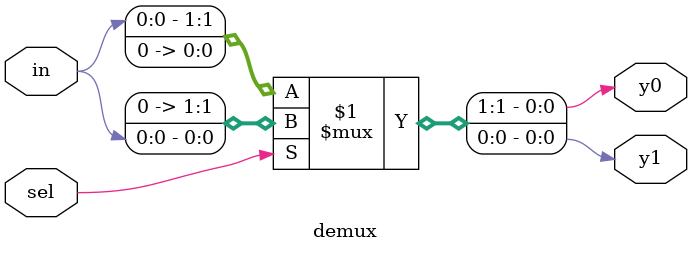
<source format=v>
`timescale 1ns / 1ps

module demux(
    input in,
    input sel,
    output y0, y1
    );    
    
    assign {y0,y1} = sel ? {1'b0,in} : {in,1'b0};
    
endmodule

</source>
